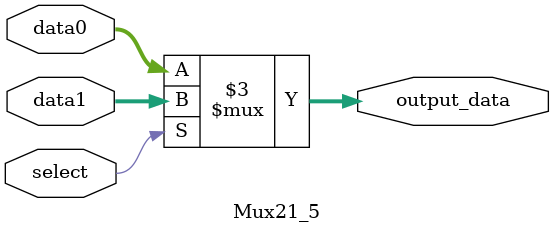
<source format=v>
module Mux21_5 (
  input wire [4:0] data0,
  input wire [4:0] data1,
  input wire select,
  output reg [4:0] output_data
);

always @(*)
begin
  if (select)
    output_data <= data1;
  else
    output_data <= data0;
end

endmodule
</source>
